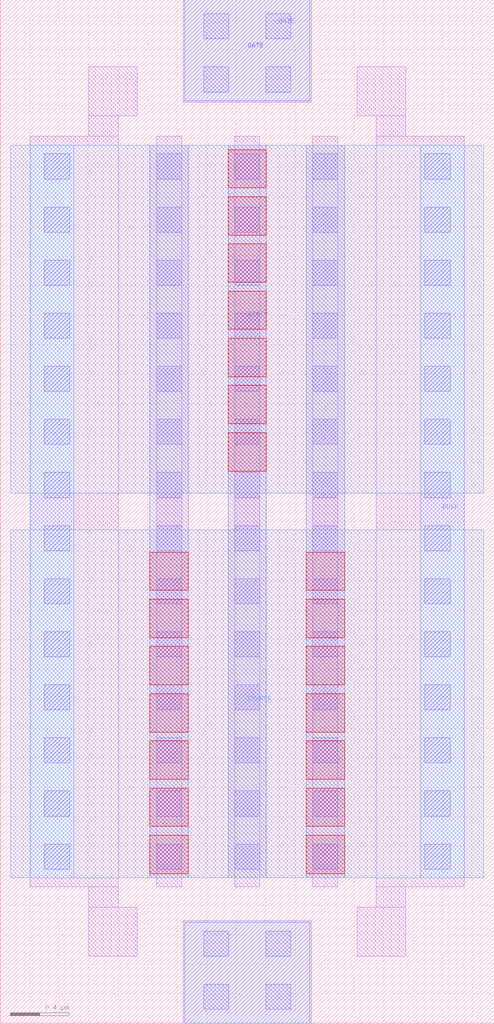
<source format=lef>
# Copyright 2020 The SkyWater PDK Authors
#
# Licensed under the Apache License, Version 2.0 (the "License");
# you may not use this file except in compliance with the License.
# You may obtain a copy of the License at
#
#     https://www.apache.org/licenses/LICENSE-2.0
#
# Unless required by applicable law or agreed to in writing, software
# distributed under the License is distributed on an "AS IS" BASIS,
# WITHOUT WARRANTIES OR CONDITIONS OF ANY KIND, either express or implied.
# See the License for the specific language governing permissions and
# limitations under the License.
#
# SPDX-License-Identifier: Apache-2.0

VERSION 5.7 ;
  NOWIREEXTENSIONATPIN ON ;
  DIVIDERCHAR "/" ;
  BUSBITCHARS "[]" ;
MACRO sky130_fd_pr__rf_pfet_01v8_bM02W5p00L0p25
  CLASS BLOCK ;
  FOREIGN sky130_fd_pr__rf_pfet_01v8_bM02W5p00L0p25 ;
  ORIGIN  0.000000  0.000000 ;
  SIZE  3.350000 BY  6.940000 ;
  PIN BULK
    ANTENNADIFFAREA  6.565000 ;
    ANTENNAGATEAREA  1.515000 ;
    PORT
      LAYER met1 ;
        RECT 0.205000 0.985000 0.500000 5.955000 ;
        RECT 2.850000 0.985000 3.145000 5.955000 ;
    END
  END BULK
  PIN DRAIN
    ANTENNADIFFAREA  1.414000 ;
    PORT
      LAYER met2 ;
        RECT 0.070000 3.595000 3.280000 5.955000 ;
    END
  END DRAIN
  PIN GATE
    ANTENNAGATEAREA  2.525000 ;
    PORT
      LAYER li1 ;
        RECT 1.240000 0.000000 2.110000 0.695000 ;
        RECT 1.240000 6.245000 2.110000 6.940000 ;
      LAYER mcon ;
        RECT 1.380000 0.095000 1.550000 0.265000 ;
        RECT 1.380000 0.455000 1.550000 0.625000 ;
        RECT 1.380000 6.315000 1.550000 6.485000 ;
        RECT 1.380000 6.675000 1.550000 6.845000 ;
        RECT 1.800000 0.095000 1.970000 0.265000 ;
        RECT 1.800000 0.455000 1.970000 0.625000 ;
        RECT 1.800000 6.315000 1.970000 6.485000 ;
        RECT 1.800000 6.675000 1.970000 6.845000 ;
    END
    PORT
      LAYER met1 ;
        RECT 1.250000 0.000000 2.100000 0.685000 ;
        RECT 1.250000 6.255000 2.100000 6.940000 ;
    END
  END GATE
  PIN SOURCE
    ANTENNADIFFAREA  2.828000 ;
    PORT
      LAYER met2 ;
        RECT 0.070000 0.985000 3.280000 3.345000 ;
    END
  END SOURCE
  OBS
    LAYER li1 ;
      RECT 0.205000 0.925000 0.800000 6.015000 ;
      RECT 0.600000 0.455000 0.930000 0.785000 ;
      RECT 0.600000 0.785000 0.800000 0.925000 ;
      RECT 0.600000 6.015000 0.800000 6.155000 ;
      RECT 0.600000 6.155000 0.930000 6.485000 ;
      RECT 1.060000 0.925000 1.230000 6.015000 ;
      RECT 1.590000 0.925000 1.760000 6.015000 ;
      RECT 2.120000 0.925000 2.290000 6.015000 ;
      RECT 2.420000 0.455000 2.750000 0.785000 ;
      RECT 2.420000 6.155000 2.750000 6.485000 ;
      RECT 2.550000 0.785000 2.750000 0.925000 ;
      RECT 2.550000 0.925000 3.145000 6.015000 ;
      RECT 2.550000 6.015000 2.750000 6.155000 ;
    LAYER mcon ;
      RECT 0.300000 1.045000 0.470000 1.215000 ;
      RECT 0.300000 1.405000 0.470000 1.575000 ;
      RECT 0.300000 1.765000 0.470000 1.935000 ;
      RECT 0.300000 2.125000 0.470000 2.295000 ;
      RECT 0.300000 2.485000 0.470000 2.655000 ;
      RECT 0.300000 2.845000 0.470000 3.015000 ;
      RECT 0.300000 3.205000 0.470000 3.375000 ;
      RECT 0.300000 3.565000 0.470000 3.735000 ;
      RECT 0.300000 3.925000 0.470000 4.095000 ;
      RECT 0.300000 4.285000 0.470000 4.455000 ;
      RECT 0.300000 4.645000 0.470000 4.815000 ;
      RECT 0.300000 5.005000 0.470000 5.175000 ;
      RECT 0.300000 5.365000 0.470000 5.535000 ;
      RECT 0.300000 5.725000 0.470000 5.895000 ;
      RECT 1.060000 1.045000 1.230000 1.215000 ;
      RECT 1.060000 1.405000 1.230000 1.575000 ;
      RECT 1.060000 1.765000 1.230000 1.935000 ;
      RECT 1.060000 2.125000 1.230000 2.295000 ;
      RECT 1.060000 2.485000 1.230000 2.655000 ;
      RECT 1.060000 2.845000 1.230000 3.015000 ;
      RECT 1.060000 3.205000 1.230000 3.375000 ;
      RECT 1.060000 3.565000 1.230000 3.735000 ;
      RECT 1.060000 3.925000 1.230000 4.095000 ;
      RECT 1.060000 4.285000 1.230000 4.455000 ;
      RECT 1.060000 4.645000 1.230000 4.815000 ;
      RECT 1.060000 5.005000 1.230000 5.175000 ;
      RECT 1.060000 5.365000 1.230000 5.535000 ;
      RECT 1.060000 5.725000 1.230000 5.895000 ;
      RECT 1.590000 1.045000 1.760000 1.215000 ;
      RECT 1.590000 1.405000 1.760000 1.575000 ;
      RECT 1.590000 1.765000 1.760000 1.935000 ;
      RECT 1.590000 2.125000 1.760000 2.295000 ;
      RECT 1.590000 2.485000 1.760000 2.655000 ;
      RECT 1.590000 2.845000 1.760000 3.015000 ;
      RECT 1.590000 3.205000 1.760000 3.375000 ;
      RECT 1.590000 3.565000 1.760000 3.735000 ;
      RECT 1.590000 3.925000 1.760000 4.095000 ;
      RECT 1.590000 4.285000 1.760000 4.455000 ;
      RECT 1.590000 4.645000 1.760000 4.815000 ;
      RECT 1.590000 5.005000 1.760000 5.175000 ;
      RECT 1.590000 5.365000 1.760000 5.535000 ;
      RECT 1.590000 5.725000 1.760000 5.895000 ;
      RECT 2.120000 1.045000 2.290000 1.215000 ;
      RECT 2.120000 1.405000 2.290000 1.575000 ;
      RECT 2.120000 1.765000 2.290000 1.935000 ;
      RECT 2.120000 2.125000 2.290000 2.295000 ;
      RECT 2.120000 2.485000 2.290000 2.655000 ;
      RECT 2.120000 2.845000 2.290000 3.015000 ;
      RECT 2.120000 3.205000 2.290000 3.375000 ;
      RECT 2.120000 3.565000 2.290000 3.735000 ;
      RECT 2.120000 3.925000 2.290000 4.095000 ;
      RECT 2.120000 4.285000 2.290000 4.455000 ;
      RECT 2.120000 4.645000 2.290000 4.815000 ;
      RECT 2.120000 5.005000 2.290000 5.175000 ;
      RECT 2.120000 5.365000 2.290000 5.535000 ;
      RECT 2.120000 5.725000 2.290000 5.895000 ;
      RECT 2.880000 1.045000 3.050000 1.215000 ;
      RECT 2.880000 1.405000 3.050000 1.575000 ;
      RECT 2.880000 1.765000 3.050000 1.935000 ;
      RECT 2.880000 2.125000 3.050000 2.295000 ;
      RECT 2.880000 2.485000 3.050000 2.655000 ;
      RECT 2.880000 2.845000 3.050000 3.015000 ;
      RECT 2.880000 3.205000 3.050000 3.375000 ;
      RECT 2.880000 3.565000 3.050000 3.735000 ;
      RECT 2.880000 3.925000 3.050000 4.095000 ;
      RECT 2.880000 4.285000 3.050000 4.455000 ;
      RECT 2.880000 4.645000 3.050000 4.815000 ;
      RECT 2.880000 5.005000 3.050000 5.175000 ;
      RECT 2.880000 5.365000 3.050000 5.535000 ;
      RECT 2.880000 5.725000 3.050000 5.895000 ;
    LAYER met1 ;
      RECT 1.015000 0.985000 1.275000 5.955000 ;
      RECT 1.545000 0.985000 1.805000 5.955000 ;
      RECT 2.075000 0.985000 2.335000 5.955000 ;
    LAYER via ;
      RECT 1.015000 1.015000 1.275000 1.275000 ;
      RECT 1.015000 1.335000 1.275000 1.595000 ;
      RECT 1.015000 1.655000 1.275000 1.915000 ;
      RECT 1.015000 1.975000 1.275000 2.235000 ;
      RECT 1.015000 2.295000 1.275000 2.555000 ;
      RECT 1.015000 2.615000 1.275000 2.875000 ;
      RECT 1.015000 2.935000 1.275000 3.195000 ;
      RECT 1.545000 3.745000 1.805000 4.005000 ;
      RECT 1.545000 4.065000 1.805000 4.325000 ;
      RECT 1.545000 4.385000 1.805000 4.645000 ;
      RECT 1.545000 4.705000 1.805000 4.965000 ;
      RECT 1.545000 5.025000 1.805000 5.285000 ;
      RECT 1.545000 5.345000 1.805000 5.605000 ;
      RECT 1.545000 5.665000 1.805000 5.925000 ;
      RECT 2.075000 1.015000 2.335000 1.275000 ;
      RECT 2.075000 1.335000 2.335000 1.595000 ;
      RECT 2.075000 1.655000 2.335000 1.915000 ;
      RECT 2.075000 1.975000 2.335000 2.235000 ;
      RECT 2.075000 2.295000 2.335000 2.555000 ;
      RECT 2.075000 2.615000 2.335000 2.875000 ;
      RECT 2.075000 2.935000 2.335000 3.195000 ;
  END
END sky130_fd_pr__rf_pfet_01v8_bM02W5p00L0p25
END LIBRARY

</source>
